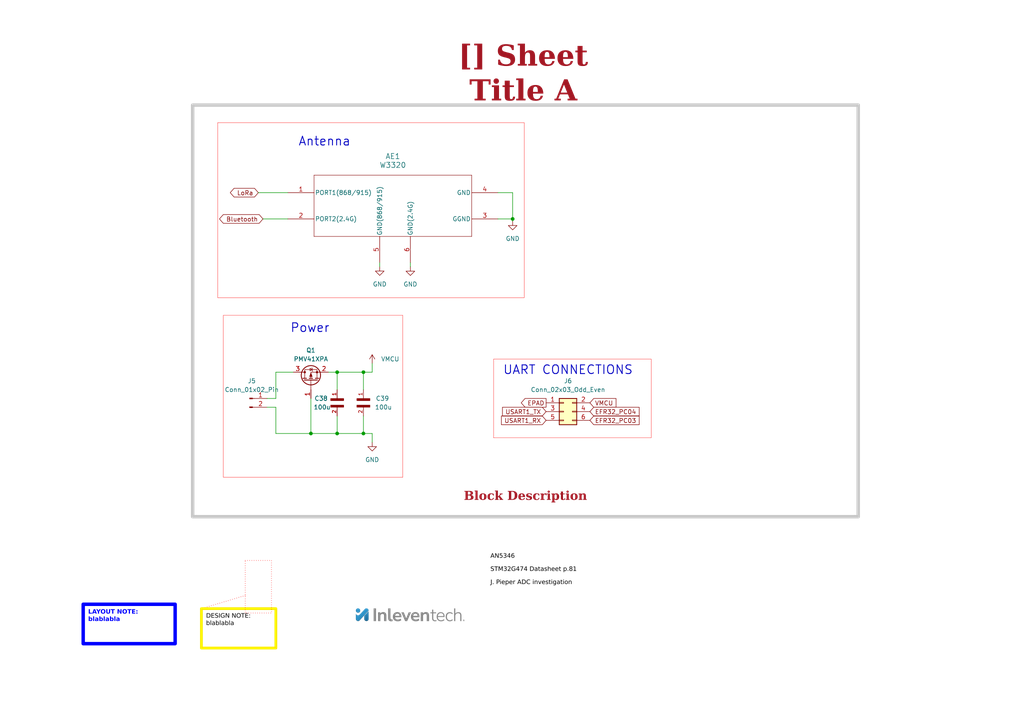
<source format=kicad_sch>
(kicad_sch (version 20250114) (generator "eeschema") (generator_version "9.0")
  (paper "A4")
  (title_block (title "Sheet Title A") (date "Last Modified Date") (rev "${REVISION}") (company "${COMPANY}"))
  (lib_symbols
    (symbol "Bluetooth____LoRa:+BATT" (power) (pin_names (offset 0))
      (property "Value" "+BATT" (at 0 3.556 0))
      (symbol "+BATT_0_1"
        (polyline (pts (xy -0.762 1.27) (xy 0 2.54)))
        (polyline (pts (xy 0 2.54) (xy 0.762 1.27)))
        (polyline (pts (xy 0 0) (xy 0 2.54)))
      )
      (symbol "+BATT_1_1"
        (pin power_in line (at 0 0 90) (length 0) (hide yes) (name "+BATT") (number "1"))
      )
    )
    (symbol "Bluetooth____LoRa:CL31A107MQHNNWE" (pin_names (offset 1.016))
      (property "Reference" "C" (at 0 3.8109 0))
      (property "Value" "CL31A107MQHNNWE" (at 0 -5.0885 0))
      (symbol "CL31A107MQHNNWE_0_0"
        (rectangle (start 0 -1.9069) (end 0.635 1.905) (stroke (width 0.1)) (fill (type outline)))
        (rectangle (start 1.9069 -1.9069) (end 2.54 1.905) (stroke (width 0.1)) (fill (type outline)))
        (pin passive line (at -2.54 0 0) (length 2.54) (name "~") (number "1"))
        (pin passive line (at 5.08 0 180) (length 2.54) (name "~") (number "2"))
      )
    )
    (symbol "Bluetooth____LoRa:Conn_01x02_Pin" (pin_names (offset 1.016) (hide yes))
      (property "Reference" "J" (at 0 2.54 0))
      (property "Value" "Conn_01x02_Pin" (at 0 -5.08 0))
      (symbol "Conn_01x02_Pin_1_1"
        (rectangle (start 0.8636 0.127) (end 0 -0.127) (stroke (width 0.1524)) (fill (type outline)))
        (rectangle (start 0.8636 -2.413) (end 0 -2.667) (stroke (width 0.1524)) (fill (type outline)))
        (polyline (pts (xy 1.27 0) (xy 0.8636 0)) (stroke (width 0.1524)))
        (polyline (pts (xy 1.27 -2.54) (xy 0.8636 -2.54)) (stroke (width 0.1524)))
        (pin passive line (at 5.08 0 180) (length 3.81) (name "Pin_1") (number "1"))
        (pin passive line (at 5.08 -2.54 180) (length 3.81) (name "Pin_2") (number "2"))
      )
    )
    (symbol "Bluetooth____LoRa:GND" (power) (pin_numbers (hide yes)) (pin_names (offset 0) (hide yes))
      (property "Value" "GND" (at 0 -3.81 0))
      (symbol "GND_0_1"
        (polyline (pts (xy 0 0) (xy 0 -1.27) (xy 1.27 -1.27) (xy 0 -2.54) (xy -1.27 -1.27) (xy 0 -1.27)))
      )
      (symbol "GND_1_1"
        (pin power_in line (at 0 0 270) (length 0) (name "~") (number "1"))
      )
    )
    (symbol "Bluetooth____LoRa:Q_PMOS_GSD" (pin_names (offset 0) (hide yes))
      (property "Reference" "Q" (at 5.08 1.27 0))
      (property "Value" "Q_PMOS_GSD" (at 5.08 -1.27 0))
      (symbol "Q_PMOS_GSD_0_1"
        (polyline (pts (xy 0.254 1.905) (xy 0.254 -1.905)) (stroke (width 0.254)))
        (polyline (pts (xy 0.254 0) (xy -2.54 0)))
        (polyline (pts (xy 0.762 2.286) (xy 0.762 1.27)) (stroke (width 0.254)))
        (polyline (pts (xy 0.762 1.778) (xy 3.302 1.778) (xy 3.302 -1.778) (xy 0.762 -1.778)))
        (polyline (pts (xy 0.762 0.508) (xy 0.762 -0.508)) (stroke (width 0.254)))
        (polyline (pts (xy 0.762 -1.27) (xy 0.762 -2.286)) (stroke (width 0.254)))
        (circle (center 1.651 0) (radius 2.794) (stroke (width 0.254)))
        (polyline (pts (xy 2.286 0) (xy 1.27 0.381) (xy 1.27 -0.381) (xy 2.286 0)) (fill (type outline)))
        (polyline (pts (xy 2.54 2.54) (xy 2.54 1.778)))
        (circle (center 2.54 1.778) (radius 0.254) (fill (type outline)))
        (circle (center 2.54 -1.778) (radius 0.254) (fill (type outline)))
        (polyline (pts (xy 2.54 -2.54) (xy 2.54 0) (xy 0.762 0)))
        (polyline (pts (xy 2.794 -0.508) (xy 2.921 -0.381) (xy 3.683 -0.381) (xy 3.81 -0.254)))
        (polyline (pts (xy 3.302 -0.381) (xy 2.921 0.254) (xy 3.683 0.254) (xy 3.302 -0.381)))
      )
      (symbol "Q_PMOS_GSD_1_1"
        (pin input line (at -5.08 0 0) (length 2.54) (name "G") (number "1"))
        (pin passive line (at 2.54 5.08 270) (length 2.54) (name "D") (number "3"))
        (pin passive line (at 2.54 -5.08 90) (length 2.54) (name "S") (number "2"))
      )
    )
    (symbol "Bluetooth____LoRa:W3320" (pin_names (offset 0.254))
      (property "Reference" "AE" (at 30.48 10.16 0))
      (property "Value" "W3320" (at 30.48 7.62 0))
      (symbol "W3320_0_1"
        (polyline (pts (xy 7.62 5.08) (xy 7.62 -12.7)) (stroke (width 0.127)))
        (polyline (pts (xy 7.62 -12.7) (xy 53.34 -12.7)) (stroke (width 0.127)))
        (polyline (pts (xy 53.34 5.08) (xy 7.62 5.08)) (stroke (width 0.127)))
        (polyline (pts (xy 53.34 -12.7) (xy 53.34 5.08)) (stroke (width 0.127)))
        (pin unspecified line (at 0 0 0) (length 7.62) (name "PORT1(868/915)") (number "1"))
        (pin unspecified line (at 0 -7.62 0) (length 7.62) (name "PORT2(2.4G)") (number "2"))
        (pin unspecified line (at 60.96 0 180) (length 7.62) (name "GND") (number "4"))
        (pin unspecified line (at 60.96 -7.62 180) (length 7.62) (name "GGND") (number "3"))
      )
      (symbol "W3320_1_1"
        (pin unspecified line (at 26.67 -20.32 90) (length 7.62) (name "GND(868/915)") (number "5"))
        (pin unspecified line (at 35.56 -20.32 90) (length 7.62) (name "GND(2.4G)") (number "6"))
      )
    )
    (symbol "Connector_Generic:Conn_02x03_Odd_Even" (pin_names (offset 1.016) (hide yes))
      (property "Reference" "J" (at 1.27 5.08 0))
      (property "Value" "Conn_02x03_Odd_Even" (at 1.27 -5.08 0))
      (symbol "Conn_02x03_Odd_Even_1_1"
        (rectangle (start -1.27 3.81) (end 3.81 -3.81) (stroke (width 0.254)) (fill (type background)))
        (rectangle (start -1.27 2.667) (end 0 2.413) (stroke (width 0.1524)))
        (rectangle (start -1.27 0.127) (end 0 -0.127) (stroke (width 0.1524)))
        (rectangle (start -1.27 -2.413) (end 0 -2.667) (stroke (width 0.1524)))
        (rectangle (start 3.81 2.667) (end 2.54 2.413) (stroke (width 0.1524)))
        (rectangle (start 3.81 0.127) (end 2.54 -0.127) (stroke (width 0.1524)))
        (rectangle (start 3.81 -2.413) (end 2.54 -2.667) (stroke (width 0.1524)))
        (pin passive line (at -5.08 2.54 0) (length 3.81) (name "Pin_1") (number "1"))
        (pin passive line (at -5.08 0 0) (length 3.81) (name "Pin_3") (number "3"))
        (pin passive line (at -5.08 -2.54 0) (length 3.81) (name "Pin_5") (number "5"))
        (pin passive line (at 7.62 2.54 180) (length 3.81) (name "Pin_2") (number "2"))
        (pin passive line (at 7.62 0 180) (length 3.81) (name "Pin_4") (number "4"))
        (pin passive line (at 7.62 -2.54 180) (length 3.81) (name "Pin_6") (number "6"))
      )
    )
  )
  (rectangle (start 63.1444 35.56) (end 152.0444 86.36) (stroke (width 0.0254) (color 255 0 0 1)))
  (rectangle (start 71.12 162.56) (end 78.74 177.8) (stroke (width 0) (type dot) (color 255 0 0 1)))
  (rectangle (start 64.77 91.44) (end 116.84 138.43) (stroke (width 0.0254) (color 255 0 0 1)))
  (rectangle (start 55.88 30.48) (end 248.92 149.86) (stroke (width 1) (color 200 200 200 1)))
  (rectangle (start 143.1544 104.14) (end 188.8744 127) (stroke (width 0.0254) (color 255 0 0 1)))
  (text "Power" (at 89.916 95.25 0) (effects (font (size 2.54 2.54) (thickness 0.254) (bold yes))))
  (text "J. Pieper ADC investigation" (at 142.24 170.18 0) (effects (font (size 1.27 1.27)) (justify left bottom)))
  (text "Antenna" (at 94.1324 41.148 0) (effects (font (size 2.54 2.54) (thickness 0.254) (bold yes))))
  (text "UART CONNECTIONS" (at 164.7444 107.442 0) (effects (font (size 2.54 2.54) (thickness 0.254) (bold yes))))
  (text "STM32G474 Datasheet p.81" (at 142.24 166.37 0) (effects (font (size 1.27 1.27)) (justify left bottom)))
  (text "AN5346" (at 142.24 162.56 0) (effects (font (size 1.27 1.27)) (justify left bottom)))
  (text_box "LAYOUT NOTE:\nblablabla" (at 24.13 175.26 0) (size 26.67 11.43) (margins 1.4525 1.4525 1.4525 1.4525) (stroke (width 1) (color 0 0 255 1)) (effects (font (size 1.27 1.27) (thickness 0.4) (bold yes)) (justify left top)))
  (text_box "[${#}] ${TITLE}" (at 115.57 15.24 0) (size 72.39 12.7) (margins 4.4999 4.4999 4.4999 4.4999) (stroke (width -0.0001)) (effects (font (size 6 6) (thickness 1.2) (bold yes))))
  (text_box "Block Description" (at 57.15 139.7 0) (size 190.5 7.62) (margins 1.9049 1.9049 1.9049 1.9049) (stroke (width -0.0001)) (effects (font (size 2.54 2.54) (thickness 0.508) (bold yes)) (justify bottom)))
  (text_box "DESIGN NOTE:\nblablabla" (at 58.42 176.53 0) (size 21.59 11.43) (margins 1.3525 1.3525 1.3525 1.3525) (stroke (width 0.8) (color 250 236 0 1)) (effects (font (size 1.27 1.27)) (justify left top)))
  (junction (at 105.41 107.95))
  (junction (at 90.17 125.73))
  (junction (at 148.6916 63.5))
  (junction (at 105.41 125.73))
  (junction (at 97.79 125.73))
  (junction (at 97.79 107.95))
  (wire (pts (xy 80.01 107.95) (xy 80.01 115.57)))
  (wire (pts (xy 144.4244 63.5) (xy 148.6916 63.5)))
  (wire (pts (xy 105.41 107.95) (xy 105.41 113.03)))
  (wire (pts (xy 80.01 118.11) (xy 80.01 125.73)))
  (wire (pts (xy 90.17 125.73) (xy 97.79 125.73)))
  (wire (pts (xy 105.41 125.73) (xy 107.95 125.73)))
  (wire (pts (xy 148.6916 63.5) (xy 148.6916 64.135)))
  (wire (pts (xy 105.41 107.95) (xy 107.95 107.95)))
  (wire (pts (xy 74.93 55.88) (xy 83.4644 55.88)))
  (wire (pts (xy 119.0244 77.3684) (xy 119.0244 76.2)))
  (wire (pts (xy 107.95 125.73) (xy 107.95 128.27)))
  (wire (pts (xy 80.01 115.57) (xy 77.47 115.57)))
  (wire (pts (xy 95.25 107.95) (xy 97.79 107.95)))
  (wire (pts (xy 80.01 107.95) (xy 85.09 107.95)))
  (wire (pts (xy 107.95 105.41) (xy 107.95 107.95)))
  (wire (pts (xy 97.79 125.73) (xy 105.41 125.73)))
  (wire (pts (xy 110.1344 77.343) (xy 110.1344 76.2)))
  (wire (pts (xy 97.79 107.95) (xy 97.79 113.03)))
  (wire (pts (xy 97.79 120.65) (xy 97.79 125.73)))
  (wire (pts (xy 80.01 118.11) (xy 77.47 118.11)))
  (wire (pts (xy 105.41 120.65) (xy 105.41 125.73)))
  (polyline (pts (xy 71.12 172.72) (xy 58.42 176.53)) (stroke (width 0) (type dot) (color 255 0 0 1)))
  (wire (pts (xy 76.2762 63.5) (xy 83.4644 63.5)))
  (wire (pts (xy 97.79 107.95) (xy 105.41 107.95)))
  (wire (pts (xy 144.4244 55.88) (xy 148.6916 55.88)))
  (wire (pts (xy 80.01 125.73) (xy 90.17 125.73)))
  (wire (pts (xy 90.17 115.57) (xy 90.17 125.73)))
  (wire (pts (xy 148.6916 55.88) (xy 148.6916 63.5)))
  (image (at 118.999 178.3334) (scale 0.134391))
  (global_label "EFR32_PC04" (shape input) (at 171.0944 119.38 0) (property "Intersheetrefs" "${INTERSHEET_REFS}" (effects (hide yes))))
  (global_label "LoRa" (shape bidirectional) (at 74.93 55.88 180) (property "Intersheetrefs" "${INTERSHEET_REFS}" (effects (hide yes))))
  (global_label "USART1_RX" (shape input) (at 158.3944 121.92 180) (property "Intersheetrefs" "${INTERSHEET_REFS}" (effects (hide yes))))
  (global_label "Bluetooth" (shape bidirectional) (at 76.2762 63.5 180) (property "Intersheetrefs" "${INTERSHEET_REFS}" (effects (hide yes))))
  (global_label "USART1_TX" (shape input) (at 158.3944 119.38 180) (property "Intersheetrefs" "${INTERSHEET_REFS}" (effects (hide yes))))
  (global_label "EPAD" (shape output) (at 158.3944 116.84 180) (property "Intersheetrefs" "${INTERSHEET_REFS}" (effects (hide yes))))
  (global_label "EFR32_PC03" (shape input) (at 171.0944 121.92 0) (property "Intersheetrefs" "${INTERSHEET_REFS}" (effects (hide yes))))
  (global_label "VMCU" (shape input) (at 171.0944 116.84 0) (property "Intersheetrefs" "${INTERSHEET_REFS}" (effects (hide yes))))
  (symbol (lib_id "Bluetooth____LoRa:Q_PMOS_GSD") (at 90.17 110.49 90) (unit 1)
    (property "Reference" "Q1" (at 90.17 101.6 90))
    (property "Value" "PMV41XPA" (at 90.17 104.14 90))
    (property "Footprint" "Package_TO_SOT_SMD:SOT-23" (effects (hide yes)))
    (property "Datasheet" "https://eu.mouser.com/datasheet/2/916/PMV41XPA-3240858.pdf" (effects (hide yes)))
    (instances (project "Bluetooth_LoRa_4cm" (path "" (reference "Q1") (unit 1)) (path "" (reference "Q2") (unit 1))))
  )
  (symbol (lib_id "Bluetooth____LoRa:GND") (at 110.1344 77.343 0) (unit 1)
    (property "Reference" "#PWR036" (effects (hide yes)))
    (property "Value" "GND" (at 110.1344 82.423 0))
    (property "Description" "Power symbol creates a global label with name \"GND\" , ground" (effects (hide yes)))
    (instances (project "Bluetooth_LoRa_4cm" (path "" (reference "#PWR036") (unit 1)) (path "" (reference "#PWR02") (unit 1))))
  )
  (symbol (lib_id "Bluetooth____LoRa:GND") (at 107.95 128.27 0) (unit 1)
    (property "Reference" "#PWR041" (effects (hide yes)))
    (property "Value" "GND" (at 107.95 133.35 0))
    (instances (project "Bluetooth_LoRa_4cm" (path "" (reference "#PWR041") (unit 1)) (path "" (reference "#PWR06") (unit 1))))
  )
  (symbol (lib_id "Bluetooth____LoRa:GND") (at 119.0244 77.3684 0) (unit 1)
    (property "Reference" "#PWR05" (effects (hide yes)))
    (property "Value" "GND" (at 119.0244 82.4484 0))
    (property "Description" "Power symbol creates a global label with name \"GND\" , ground" (effects (hide yes)))
    (instances (project "Bluetooth_LoRa_4cm" (path "" (reference "#PWR05") (unit 1)) (path "" (reference "#PWR03") (unit 1))))
  )
  (symbol (lib_id "Bluetooth____LoRa:CL31A107MQHNNWE") (at 97.79 115.57 270) (unit 1)
    (property "Reference" "C38" (at 91.186 115.57 90) (effects (justify left)))
    (property "Value" "100u" (at 90.932 118.1101 90) (effects (justify left)))
    (property "Footprint" "LoRa:CAPC2012X145N" (effects (hide yes)))
    (property "E_max" "1.8" (effects (hide yes)))
    (property "L_max" "0.8" (effects (hide yes)))
    (property "A_max" "1.8" (effects (hide yes)))
    (property "L1_nom" "0.5" (effects (hide yes)))
    (property "D_max" "3.4" (effects (hide yes)))
    (property "A_nom" "1.8" (effects (hide yes)))
    (property "L1_max" "0.8" (effects (hide yes)))
    (property "L1_min" "0.2" (effects (hide yes)))
    (property "A_min" "1.8" (effects (hide yes)))
    (property "E_min" "1.4" (effects (hide yes)))
    (property "D_min" "3.0" (effects (hide yes)))
    (property "D_nom" "3.2" (effects (hide yes)))
    (property "E_nom" "1.6" (effects (hide yes)))
    (property "STANDARD" "IPC 7351B" (effects (hide yes)))
    (property "L_min" "0.2" (effects (hide yes)))
    (property "L_nom" "0.5" (effects (hide yes)))
    (property "MANUFACTURER" "Samsung Electro-Mechanics" (effects (hide yes)))
    (instances (project "Bluetooth_LoRa_4cm" (path "" (reference "C38") (unit 1)) (path "" (reference "C1") (unit 1))))
  )
  (symbol (lib_id "Connector_Generic:Conn_02x03_Odd_Even") (at 163.4744 119.38 0) (unit 1)
    (property "Reference" "J6" (at 164.7444 110.49 0))
    (property "Value" "Conn_02x03_Odd_Even" (at 164.7444 113.03 0))
    (property "Footprint" "Connector_PinHeader_2.54mm:PinHeader_2x03_P2.54mm_Vertical" (effects (hide yes)))
    (property "Description" "Generic connector, double row, 02x03, odd/even pin numbering scheme (row 1 odd numbers, row 2 even numbers), script generated (kicad-library-utils/schlib/autogen/connector/)" (effects (hide yes)))
    (instances (project "Bluetooth_LoRa_4cm" (path "" (reference "J6") (unit 1)) (path "" (reference "J2") (unit 1))))
  )
  (symbol (lib_id "Bluetooth____LoRa:GND") (at 148.6916 64.135 0) (unit 1)
    (property "Reference" "#PWR030" (effects (hide yes)))
    (property "Value" "GND" (at 148.6916 69.215 0))
    (property "Description" "Power symbol creates a global label with name \"GND\" , ground" (effects (hide yes)))
    (instances (project "Bluetooth_LoRa_4cm" (path "" (reference "#PWR030") (unit 1)) (path "" (reference "#PWR01") (unit 1))))
  )
  (symbol (lib_id "Bluetooth____LoRa:W3320") (at 83.4644 55.88 0) (unit 1)
    (property "Reference" "AE1" (at 113.9444 45.339 0) (effects (font (size 1.524 1.524))))
    (property "Value" "W3320" (at 113.9444 47.879 0) (effects (font (size 1.524 1.524))))
    (property "Footprint" "Antenna:W3320_PUL" (effects (hide yes)))
    (property "Datasheet" "W3320" (effects (hide yes)))
    (instances (project "Bluetooth_LoRa_4cm" (path "" (reference "AE1") (unit 1)) (path "" (reference "AE2") (unit 1))))
  )
  (symbol (lib_id "Bluetooth____LoRa:+BATT") (at 107.95 105.41 0) (unit 1)
    (property "Reference" "#PWR052" (effects (hide yes)))
    (property "Value" "VMCU" (at 110.49 104.1399 0) (effects (justify left)))
    (instances (project "Bluetooth_LoRa_4cm" (path "" (reference "#PWR052") (unit 1)) (path "" (reference "#PWR04") (unit 1))))
  )
  (symbol (lib_id "Bluetooth____LoRa:CL31A107MQHNNWE") (at 105.41 115.57 270) (unit 1)
    (property "Reference" "C39" (at 108.966 115.57 90) (effects (justify left)))
    (property "Value" "100u" (at 108.712 118.1101 90) (effects (justify left)))
    (property "Footprint" "LoRa:CAPC2012X145N" (effects (hide yes)))
    (property "E_max" "1.8" (effects (hide yes)))
    (property "L_max" "0.8" (effects (hide yes)))
    (property "A_max" "1.8" (effects (hide yes)))
    (property "L1_nom" "0.5" (effects (hide yes)))
    (property "D_max" "3.4" (effects (hide yes)))
    (property "A_nom" "1.8" (effects (hide yes)))
    (property "L1_max" "0.8" (effects (hide yes)))
    (property "L1_min" "0.2" (effects (hide yes)))
    (property "A_min" "1.8" (effects (hide yes)))
    (property "E_min" "1.4" (effects (hide yes)))
    (property "D_min" "3.0" (effects (hide yes)))
    (property "D_nom" "3.2" (effects (hide yes)))
    (property "E_nom" "1.6" (effects (hide yes)))
    (property "STANDARD" "IPC 7351B" (effects (hide yes)))
    (property "L_min" "0.2" (effects (hide yes)))
    (property "L_nom" "0.5" (effects (hide yes)))
    (property "MANUFACTURER" "Samsung Electro-Mechanics" (effects (hide yes)))
    (instances (project "Bluetooth_LoRa_4cm" (path "" (reference "C39") (unit 1)) (path "" (reference "C2") (unit 1))))
  )
  (symbol (lib_id "Bluetooth____LoRa:Conn_01x02_Pin") (at 72.39 115.57 0) (unit 1)
    (property "Reference" "J5" (at 73.025 110.49 0))
    (property "Value" "Conn_01x02_Pin" (at 73.025 113.03 0))
    (property "Footprint" "Connector_PinHeader_2.54mm:PinHeader_1x02_P2.54mm_Vertical" (effects (hide yes)))
    (property "Description" "Generic connector, single row, 01x02, script generated" (effects (hide yes)))
    (instances (project "Bluetooth_LoRa_4cm" (path "" (reference "J5") (unit 1)) (path "" (reference "J1") (unit 1))))
  )
)
</source>
